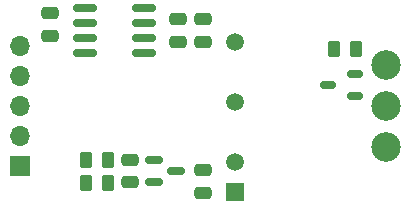
<source format=gts>
G04 #@! TF.GenerationSoftware,KiCad,Pcbnew,8.0.2*
G04 #@! TF.CreationDate,2024-06-29T14:49:15+02:00*
G04 #@! TF.ProjectId,STM32F4_GateSignalGenerator_GateDriver,53544d33-3246-4345-9f47-617465536967,rev?*
G04 #@! TF.SameCoordinates,Original*
G04 #@! TF.FileFunction,Soldermask,Top*
G04 #@! TF.FilePolarity,Negative*
%FSLAX46Y46*%
G04 Gerber Fmt 4.6, Leading zero omitted, Abs format (unit mm)*
G04 Created by KiCad (PCBNEW 8.0.2) date 2024-06-29 14:49:15*
%MOMM*%
%LPD*%
G01*
G04 APERTURE LIST*
G04 Aperture macros list*
%AMRoundRect*
0 Rectangle with rounded corners*
0 $1 Rounding radius*
0 $2 $3 $4 $5 $6 $7 $8 $9 X,Y pos of 4 corners*
0 Add a 4 corners polygon primitive as box body*
4,1,4,$2,$3,$4,$5,$6,$7,$8,$9,$2,$3,0*
0 Add four circle primitives for the rounded corners*
1,1,$1+$1,$2,$3*
1,1,$1+$1,$4,$5*
1,1,$1+$1,$6,$7*
1,1,$1+$1,$8,$9*
0 Add four rect primitives between the rounded corners*
20,1,$1+$1,$2,$3,$4,$5,0*
20,1,$1+$1,$4,$5,$6,$7,0*
20,1,$1+$1,$6,$7,$8,$9,0*
20,1,$1+$1,$8,$9,$2,$3,0*%
G04 Aperture macros list end*
%ADD10RoundRect,0.250000X-0.262500X-0.450000X0.262500X-0.450000X0.262500X0.450000X-0.262500X0.450000X0*%
%ADD11RoundRect,0.150000X-0.587500X-0.150000X0.587500X-0.150000X0.587500X0.150000X-0.587500X0.150000X0*%
%ADD12RoundRect,0.250000X0.475000X-0.250000X0.475000X0.250000X-0.475000X0.250000X-0.475000X-0.250000X0*%
%ADD13RoundRect,0.150000X0.512500X0.150000X-0.512500X0.150000X-0.512500X-0.150000X0.512500X-0.150000X0*%
%ADD14RoundRect,0.250000X-0.475000X0.250000X-0.475000X-0.250000X0.475000X-0.250000X0.475000X0.250000X0*%
%ADD15RoundRect,0.150000X-0.825000X-0.150000X0.825000X-0.150000X0.825000X0.150000X-0.825000X0.150000X0*%
%ADD16RoundRect,0.250000X0.262500X0.450000X-0.262500X0.450000X-0.262500X-0.450000X0.262500X-0.450000X0*%
%ADD17C,2.500000*%
%ADD18R,1.500000X1.500000*%
%ADD19C,1.500000*%
%ADD20O,1.700000X1.700000*%
%ADD21R,1.700000X1.700000*%
G04 APERTURE END LIST*
D10*
X181687500Y-89200000D03*
X183512500Y-89200000D03*
D11*
X168300000Y-99500000D03*
X166425000Y-100450000D03*
X166425000Y-98550000D03*
D12*
X170600000Y-88550000D03*
X170600000Y-86650000D03*
D13*
X183437500Y-93162500D03*
X183437500Y-91262500D03*
X181162500Y-92212500D03*
D12*
X170600000Y-101350000D03*
X170600000Y-99450000D03*
D10*
X162512500Y-98600000D03*
X160687500Y-98600000D03*
D14*
X164400000Y-100450000D03*
X164400000Y-98550000D03*
D15*
X160625000Y-85695000D03*
X160625000Y-86965000D03*
X160625000Y-88235000D03*
X160625000Y-89505000D03*
X165575000Y-89505000D03*
X165575000Y-88235000D03*
X165575000Y-86965000D03*
X165575000Y-85695000D03*
D16*
X160687500Y-100500000D03*
X162512500Y-100500000D03*
D12*
X168500000Y-88550000D03*
X168500000Y-86650000D03*
D17*
X186100000Y-97500000D03*
X186100000Y-94000000D03*
X186100000Y-90500000D03*
D18*
X173300000Y-101300000D03*
D19*
X173300000Y-98760000D03*
X173300000Y-93680000D03*
X173300000Y-88600000D03*
D14*
X157600000Y-86150000D03*
X157600000Y-88050000D03*
D20*
X155075000Y-88915000D03*
X155075000Y-91455000D03*
X155075000Y-93995000D03*
X155075000Y-96535000D03*
D21*
X155075000Y-99075000D03*
M02*

</source>
